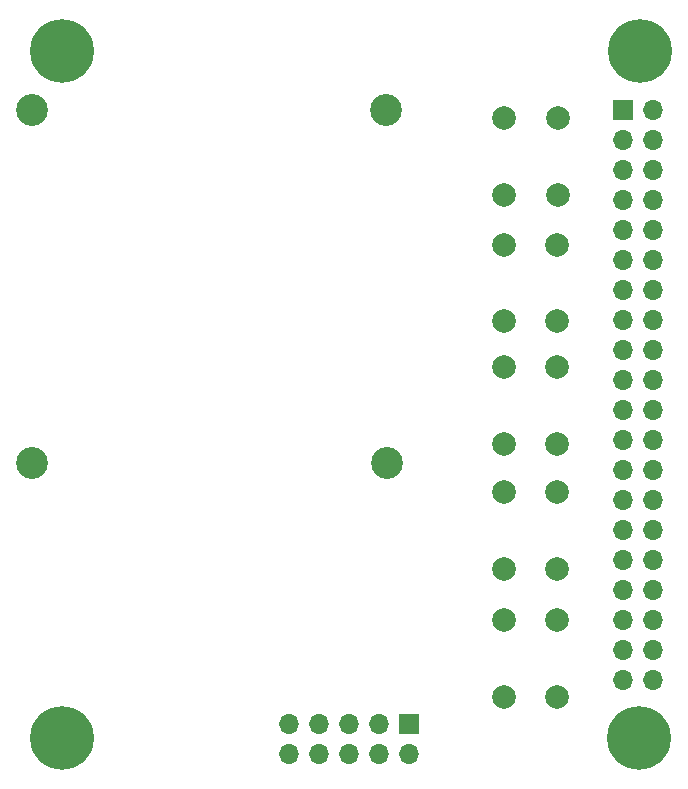
<source format=gbr>
%TF.GenerationSoftware,KiCad,Pcbnew,6.0.10-86aedd382b~118~ubuntu22.04.1*%
%TF.CreationDate,2023-01-22T12:34:59+01:00*%
%TF.ProjectId,pcb,7063622e-6b69-4636-9164-5f7063625858,rev?*%
%TF.SameCoordinates,Original*%
%TF.FileFunction,Soldermask,Bot*%
%TF.FilePolarity,Negative*%
%FSLAX46Y46*%
G04 Gerber Fmt 4.6, Leading zero omitted, Abs format (unit mm)*
G04 Created by KiCad (PCBNEW 6.0.10-86aedd382b~118~ubuntu22.04.1) date 2023-01-22 12:34:59*
%MOMM*%
%LPD*%
G01*
G04 APERTURE LIST*
%ADD10R,1.700000X1.700000*%
%ADD11O,1.700000X1.700000*%
%ADD12C,2.000000*%
%ADD13C,0.800000*%
%ADD14C,5.400000*%
%ADD15C,2.700000*%
G04 APERTURE END LIST*
D10*
%TO.C,J2*%
X88760000Y-96470000D03*
D11*
X88760000Y-99010000D03*
X86220000Y-96470000D03*
X86220000Y-99010000D03*
X83680000Y-96470000D03*
X83680000Y-99010000D03*
X81140000Y-96470000D03*
X81140000Y-99010000D03*
X78600000Y-96470000D03*
X78600000Y-99010000D03*
%TD*%
D12*
%TO.C,SW3*%
X101337500Y-72765000D03*
X101337500Y-66265000D03*
X96837500Y-72765000D03*
X96837500Y-66265000D03*
%TD*%
D13*
%TO.C,H4*%
X57998109Y-99071891D03*
X57998109Y-96208109D03*
X59430000Y-95615000D03*
X61455000Y-97640000D03*
X60861891Y-96208109D03*
X57405000Y-97640000D03*
X59430000Y-99665000D03*
D14*
X59430000Y-97640000D03*
D13*
X60861891Y-99071891D03*
%TD*%
D15*
%TO.C,H8*%
X56900000Y-74400000D03*
%TD*%
D13*
%TO.C,H3*%
X106868109Y-99101891D03*
X109731891Y-96238109D03*
X108300000Y-95645000D03*
X106868109Y-96238109D03*
X109731891Y-99101891D03*
D14*
X108300000Y-97670000D03*
D13*
X110325000Y-97670000D03*
X106275000Y-97670000D03*
X108300000Y-99695000D03*
%TD*%
%TO.C,H1*%
X60841891Y-40941891D03*
X57385000Y-39510000D03*
X60841891Y-38078109D03*
D14*
X59410000Y-39510000D03*
D13*
X57978109Y-40941891D03*
X57978109Y-38078109D03*
X59410000Y-41535000D03*
X61435000Y-39510000D03*
X59410000Y-37485000D03*
%TD*%
D15*
%TO.C,H6*%
X56900000Y-44500000D03*
%TD*%
D12*
%TO.C,SW5*%
X101370000Y-51660000D03*
X101370000Y-45160000D03*
X96870000Y-45160000D03*
X96870000Y-51660000D03*
%TD*%
%TO.C,SW2*%
X101337500Y-83295000D03*
X101337500Y-76795000D03*
X96837500Y-76795000D03*
X96837500Y-83295000D03*
%TD*%
D15*
%TO.C,H7*%
X86900000Y-74400000D03*
%TD*%
D12*
%TO.C,SW1*%
X101337500Y-87665000D03*
X101337500Y-94165000D03*
X96837500Y-87665000D03*
X96837500Y-94165000D03*
%TD*%
D13*
%TO.C,H2*%
X109751891Y-40891891D03*
X110345000Y-39460000D03*
X106888109Y-38028109D03*
X106888109Y-40891891D03*
X109751891Y-38028109D03*
X106295000Y-39460000D03*
X108320000Y-37435000D03*
D14*
X108320000Y-39460000D03*
D13*
X108320000Y-41485000D03*
%TD*%
D15*
%TO.C,H5*%
X86870000Y-44500000D03*
%TD*%
D12*
%TO.C,SW4*%
X101310000Y-62360000D03*
X101310000Y-55860000D03*
X96810000Y-62360000D03*
X96810000Y-55860000D03*
%TD*%
D10*
%TO.C,J1*%
X106920000Y-44430000D03*
D11*
X109460000Y-44430000D03*
X106920000Y-46970000D03*
X109460000Y-46970000D03*
X106920000Y-49510000D03*
X109460000Y-49510000D03*
X106920000Y-52050000D03*
X109460000Y-52050000D03*
X106920000Y-54590000D03*
X109460000Y-54590000D03*
X106920000Y-57130000D03*
X109460000Y-57130000D03*
X106920000Y-59670000D03*
X109460000Y-59670000D03*
X106920000Y-62210000D03*
X109460000Y-62210000D03*
X106920000Y-64750000D03*
X109460000Y-64750000D03*
X106920000Y-67290000D03*
X109460000Y-67290000D03*
X106920000Y-69830000D03*
X109460000Y-69830000D03*
X106920000Y-72370000D03*
X109460000Y-72370000D03*
X106920000Y-74910000D03*
X109460000Y-74910000D03*
X106920000Y-77450000D03*
X109460000Y-77450000D03*
X106920000Y-79990000D03*
X109460000Y-79990000D03*
X106920000Y-82530000D03*
X109460000Y-82530000D03*
X106920000Y-85070000D03*
X109460000Y-85070000D03*
X106920000Y-87610000D03*
X109460000Y-87610000D03*
X106920000Y-90150000D03*
X109460000Y-90150000D03*
X106920000Y-92690000D03*
X109460000Y-92690000D03*
%TD*%
M02*

</source>
